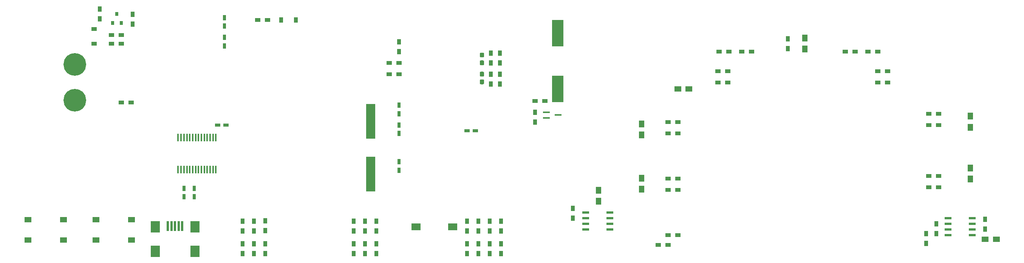
<source format=gbr>
G04 #@! TF.GenerationSoftware,KiCad,Pcbnew,(5.0.0)*
G04 #@! TF.CreationDate,2018-10-03T22:38:32-05:00*
G04 #@! TF.ProjectId,Spot_Welder_Hardware,53706F745F57656C6465725F48617264,rev?*
G04 #@! TF.SameCoordinates,Original*
G04 #@! TF.FileFunction,Paste,Top*
G04 #@! TF.FilePolarity,Positive*
%FSLAX46Y46*%
G04 Gerber Fmt 4.6, Leading zero omitted, Abs format (unit mm)*
G04 Created by KiCad (PCBNEW (5.0.0)) date 10/03/18 22:38:32*
%MOMM*%
%LPD*%
G01*
G04 APERTURE LIST*
%ADD10R,1.200000X0.900000*%
%ADD11R,2.500000X6.000000*%
%ADD12R,1.250000X1.500000*%
%ADD13R,1.500000X1.250000*%
%ADD14R,0.750000X1.200000*%
%ADD15R,1.200000X0.750000*%
%ADD16C,5.080000*%
%ADD17R,0.900000X1.200000*%
%ADD18R,0.500000X2.300000*%
%ADD19R,2.000000X2.500000*%
%ADD20R,1.500000X0.450000*%
%ADD21R,1.550000X1.300000*%
%ADD22R,2.150000X1.500000*%
%ADD23R,1.550000X0.600000*%
%ADD24R,0.450000X1.750000*%
%ADD25R,2.000000X7.875000*%
%ADD26R,0.800000X0.900000*%
%ADD27C,0.100000*%
%ADD28C,0.950000*%
G04 APERTURE END LIST*
D10*
G04 #@! TO.C,R20*
X47793000Y-145923000D03*
X45593000Y-145923000D03*
G04 #@! TD*
G04 #@! TO.C,R19*
X47793000Y-147828000D03*
X45593000Y-147828000D03*
G04 #@! TD*
D11*
G04 #@! TO.C,BZ1*
X145542000Y-145456000D03*
X145542000Y-158056000D03*
G04 #@! TD*
D12*
G04 #@! TO.C,C7*
X237998000Y-166624000D03*
X237998000Y-164124000D03*
G04 #@! TD*
G04 #@! TO.C,C11*
X154686000Y-183261000D03*
X154686000Y-180761000D03*
G04 #@! TD*
D13*
G04 #@! TO.C,C15*
X241340000Y-191770000D03*
X243840000Y-191770000D03*
G04 #@! TD*
D12*
G04 #@! TO.C,C19*
X200914000Y-149058000D03*
X200914000Y-146558000D03*
G04 #@! TD*
D13*
G04 #@! TO.C,C23*
X172466000Y-157988000D03*
X174966000Y-157988000D03*
G04 #@! TD*
D12*
G04 #@! TO.C,C24*
X164338000Y-180554000D03*
X164338000Y-178054000D03*
G04 #@! TD*
G04 #@! TO.C,C28*
X237998000Y-175768000D03*
X237998000Y-178268000D03*
G04 #@! TD*
G04 #@! TO.C,C32*
X164338000Y-168362000D03*
X164338000Y-165862000D03*
G04 #@! TD*
D14*
G04 #@! TO.C,C39*
X109982000Y-163576000D03*
X109982000Y-161676000D03*
G04 #@! TD*
D15*
G04 #@! TO.C,C40*
X125222000Y-167386000D03*
X127122000Y-167386000D03*
G04 #@! TD*
D14*
G04 #@! TO.C,C41*
X109982000Y-166116000D03*
X109982000Y-168016000D03*
G04 #@! TD*
G04 #@! TO.C,C42*
X109982000Y-176276000D03*
X109982000Y-174376000D03*
G04 #@! TD*
G04 #@! TO.C,C43*
X70866000Y-141986000D03*
X70866000Y-143886000D03*
G04 #@! TD*
G04 #@! TO.C,C44*
X70866000Y-146436000D03*
X70866000Y-148336000D03*
G04 #@! TD*
G04 #@! TO.C,C46*
X61823600Y-180340000D03*
X61823600Y-182240000D03*
G04 #@! TD*
G04 #@! TO.C,C47*
X64135000Y-182240000D03*
X64135000Y-180340000D03*
G04 #@! TD*
D15*
G04 #@! TO.C,C48*
X69342000Y-166116000D03*
X71242000Y-166116000D03*
G04 #@! TD*
D16*
G04 #@! TO.C,Conn3*
X37363400Y-160529000D03*
X37363400Y-152528000D03*
G04 #@! TD*
D17*
G04 #@! TO.C,D1*
X125222000Y-194986000D03*
X125222000Y-192786000D03*
G04 #@! TD*
G04 #@! TO.C,D2*
X102362000Y-194986000D03*
X102362000Y-192786000D03*
G04 #@! TD*
G04 #@! TO.C,D3*
X127762000Y-194986000D03*
X127762000Y-192786000D03*
G04 #@! TD*
G04 #@! TO.C,D4*
X104902000Y-194986000D03*
X104902000Y-192786000D03*
G04 #@! TD*
G04 #@! TO.C,D5*
X130302000Y-194986000D03*
X130302000Y-192786000D03*
G04 #@! TD*
G04 #@! TO.C,D6*
X99822000Y-194986000D03*
X99822000Y-192786000D03*
G04 #@! TD*
G04 #@! TO.C,D7*
X132842000Y-194986000D03*
X132842000Y-192786000D03*
G04 #@! TD*
D10*
G04 #@! TO.C,D11*
X49952000Y-161036000D03*
X47752000Y-161036000D03*
G04 #@! TD*
D17*
G04 #@! TO.C,D12*
X83566000Y-142494000D03*
X86866000Y-142494000D03*
G04 #@! TD*
G04 #@! TO.C,D17*
X74930000Y-194986000D03*
X74930000Y-192786000D03*
G04 #@! TD*
G04 #@! TO.C,D18*
X77470000Y-194986000D03*
X77470000Y-192786000D03*
G04 #@! TD*
G04 #@! TO.C,D20*
X80010000Y-194986000D03*
X80010000Y-192786000D03*
G04 #@! TD*
D18*
G04 #@! TO.C,J1*
X58212000Y-188876000D03*
D19*
X55362000Y-188976000D03*
D18*
X59012000Y-188876000D03*
X59812000Y-188876000D03*
X60612000Y-188876000D03*
X61412000Y-188876000D03*
D19*
X55362000Y-194476000D03*
X64262000Y-188976000D03*
X64262000Y-194476000D03*
G04 #@! TD*
D10*
G04 #@! TO.C,L1*
X228727000Y-177546000D03*
X230927000Y-177546000D03*
G04 #@! TD*
G04 #@! TO.C,L2*
X228727000Y-163576000D03*
X230927000Y-163576000D03*
G04 #@! TD*
D17*
G04 #@! TO.C,L3*
X228092000Y-192700000D03*
X228092000Y-190500000D03*
G04 #@! TD*
D10*
G04 #@! TO.C,L4*
X217297000Y-154051000D03*
X219497000Y-154051000D03*
G04 #@! TD*
G04 #@! TO.C,L5*
X210017000Y-149606000D03*
X212217000Y-149606000D03*
G04 #@! TD*
G04 #@! TO.C,L6*
X189017000Y-149606000D03*
X186817000Y-149606000D03*
G04 #@! TD*
G04 #@! TO.C,L7*
X183642000Y-154051000D03*
X181442000Y-154051000D03*
G04 #@! TD*
G04 #@! TO.C,L8*
X172507000Y-190881000D03*
X170307000Y-190881000D03*
G04 #@! TD*
G04 #@! TO.C,L9*
X172507000Y-165481000D03*
X170307000Y-165481000D03*
G04 #@! TD*
G04 #@! TO.C,L10*
X172507000Y-178181000D03*
X170307000Y-178181000D03*
G04 #@! TD*
D20*
G04 #@! TO.C,Q1*
X143002000Y-163236000D03*
X143002000Y-164536000D03*
X145662000Y-163886000D03*
G04 #@! TD*
D17*
G04 #@! TO.C,R1*
X125222000Y-189906000D03*
X125222000Y-187706000D03*
G04 #@! TD*
G04 #@! TO.C,R2*
X140462000Y-163236000D03*
X140462000Y-165436000D03*
G04 #@! TD*
G04 #@! TO.C,R3*
X102362000Y-189906000D03*
X102362000Y-187706000D03*
G04 #@! TD*
D10*
G04 #@! TO.C,R4*
X140462000Y-160696000D03*
X142662000Y-160696000D03*
G04 #@! TD*
D17*
G04 #@! TO.C,R5*
X127762000Y-189906000D03*
X127762000Y-187706000D03*
G04 #@! TD*
G04 #@! TO.C,R6*
X104902000Y-189906000D03*
X104902000Y-187706000D03*
G04 #@! TD*
G04 #@! TO.C,R7*
X130302000Y-189906000D03*
X130302000Y-187706000D03*
G04 #@! TD*
G04 #@! TO.C,R8*
X99822000Y-189906000D03*
X99822000Y-187706000D03*
G04 #@! TD*
G04 #@! TO.C,R9*
X132842000Y-189906000D03*
X132842000Y-187706000D03*
G04 #@! TD*
G04 #@! TO.C,R10*
X132588000Y-152146000D03*
X132588000Y-149946000D03*
G04 #@! TD*
G04 #@! TO.C,R11*
X130556000Y-152146000D03*
X130556000Y-149946000D03*
G04 #@! TD*
G04 #@! TO.C,R15*
X132588000Y-154686000D03*
X132588000Y-156886000D03*
G04 #@! TD*
G04 #@! TO.C,R16*
X130556000Y-154686000D03*
X130556000Y-156886000D03*
G04 #@! TD*
G04 #@! TO.C,R17*
X109982000Y-147406000D03*
X109982000Y-149606000D03*
G04 #@! TD*
G04 #@! TO.C,R18*
X42926000Y-140040000D03*
X42926000Y-142240000D03*
G04 #@! TD*
D10*
G04 #@! TO.C,R21*
X80518000Y-142494000D03*
X78318000Y-142494000D03*
G04 #@! TD*
D17*
G04 #@! TO.C,R22*
X197104000Y-148971000D03*
X197104000Y-146771000D03*
G04 #@! TD*
D10*
G04 #@! TO.C,R23*
X230927000Y-180086000D03*
X228727000Y-180086000D03*
G04 #@! TD*
G04 #@! TO.C,R24*
X107782000Y-152146000D03*
X109982000Y-152146000D03*
G04 #@! TD*
G04 #@! TO.C,R25*
X107782000Y-154686000D03*
X109982000Y-154686000D03*
G04 #@! TD*
G04 #@! TO.C,R26*
X230927000Y-166116000D03*
X228727000Y-166116000D03*
G04 #@! TD*
D17*
G04 #@! TO.C,R27*
X148971000Y-187071000D03*
X148971000Y-184871000D03*
G04 #@! TD*
G04 #@! TO.C,R28*
X230378000Y-190500000D03*
X230378000Y-188300000D03*
G04 #@! TD*
D10*
G04 #@! TO.C,R29*
X219497000Y-156591000D03*
X217297000Y-156591000D03*
G04 #@! TD*
G04 #@! TO.C,R30*
X215097000Y-149606000D03*
X217297000Y-149606000D03*
G04 #@! TD*
G04 #@! TO.C,R31*
X183937000Y-149606000D03*
X181737000Y-149606000D03*
G04 #@! TD*
G04 #@! TO.C,R32*
X181442000Y-156591000D03*
X183642000Y-156591000D03*
G04 #@! TD*
D17*
G04 #@! TO.C,R33*
X241300000Y-189484000D03*
X241300000Y-187284000D03*
G04 #@! TD*
D10*
G04 #@! TO.C,R34*
X170307000Y-193040000D03*
X168107000Y-193040000D03*
G04 #@! TD*
D17*
G04 #@! TO.C,R35*
X74930000Y-187706000D03*
X74930000Y-189906000D03*
G04 #@! TD*
D10*
G04 #@! TO.C,R36*
X170307000Y-168021000D03*
X172507000Y-168021000D03*
G04 #@! TD*
D17*
G04 #@! TO.C,R37*
X77470000Y-187706000D03*
X77470000Y-189906000D03*
G04 #@! TD*
D10*
G04 #@! TO.C,R38*
X170307000Y-180721000D03*
X172507000Y-180721000D03*
G04 #@! TD*
D17*
G04 #@! TO.C,R39*
X80010000Y-187622000D03*
X80010000Y-189822000D03*
G04 #@! TD*
D21*
G04 #@! TO.C,SW1*
X34782000Y-191936000D03*
X26832000Y-191936000D03*
X34782000Y-187436000D03*
X26832000Y-187436000D03*
G04 #@! TD*
D22*
G04 #@! TO.C,SW3*
X122042000Y-188976000D03*
X113792000Y-188976000D03*
G04 #@! TD*
D21*
G04 #@! TO.C,SW4*
X50022000Y-191936000D03*
X42072000Y-191936000D03*
X50022000Y-187436000D03*
X42072000Y-187436000D03*
G04 #@! TD*
D23*
G04 #@! TO.C,U3*
X238445000Y-190881000D03*
X238445000Y-189611000D03*
X238445000Y-188341000D03*
X238445000Y-187071000D03*
X233045000Y-187071000D03*
X233045000Y-188341000D03*
X233045000Y-189611000D03*
X233045000Y-190881000D03*
G04 #@! TD*
D24*
G04 #@! TO.C,U4*
X68961000Y-168910000D03*
X68311000Y-168910000D03*
X67661000Y-168910000D03*
X67011000Y-168910000D03*
X66361000Y-168910000D03*
X65711000Y-168910000D03*
X65061000Y-168910000D03*
X64411000Y-168910000D03*
X63761000Y-168910000D03*
X63111000Y-168910000D03*
X62461000Y-168910000D03*
X61811000Y-168910000D03*
X61161000Y-168910000D03*
X60511000Y-168910000D03*
X60511000Y-176110000D03*
X61161000Y-176110000D03*
X61811000Y-176110000D03*
X62461000Y-176110000D03*
X63111000Y-176110000D03*
X63761000Y-176110000D03*
X64411000Y-176110000D03*
X65061000Y-176110000D03*
X65711000Y-176110000D03*
X66361000Y-176110000D03*
X67011000Y-176110000D03*
X67661000Y-176110000D03*
X68311000Y-176110000D03*
X68961000Y-176110000D03*
G04 #@! TD*
D23*
G04 #@! TO.C,U5*
X151826000Y-185801000D03*
X151826000Y-187071000D03*
X151826000Y-188341000D03*
X151826000Y-189611000D03*
X157226000Y-189611000D03*
X157226000Y-188341000D03*
X157226000Y-187071000D03*
X157226000Y-185801000D03*
G04 #@! TD*
D25*
G04 #@! TO.C,Y1*
X103632000Y-165258500D03*
X103632000Y-177133500D03*
G04 #@! TD*
D17*
G04 #@! TO.C,R40*
X50292000Y-141224000D03*
X50292000Y-143424000D03*
G04 #@! TD*
D26*
G04 #@! TO.C,Q2*
X45842388Y-143198804D03*
X47742388Y-143198804D03*
X46792388Y-141198804D03*
G04 #@! TD*
D10*
G04 #@! TO.C,D10*
X41656000Y-144528000D03*
X41656000Y-147828000D03*
G04 #@! TD*
D27*
G04 #@! TO.C,D8*
G36*
X128839780Y-151622144D02*
X128862835Y-151625563D01*
X128885444Y-151631227D01*
X128907388Y-151639079D01*
X128928458Y-151649044D01*
X128948449Y-151661026D01*
X128967169Y-151674910D01*
X128984439Y-151690562D01*
X129000091Y-151707832D01*
X129013975Y-151726552D01*
X129025957Y-151746543D01*
X129035922Y-151767613D01*
X129043774Y-151789557D01*
X129049438Y-151812166D01*
X129052857Y-151835221D01*
X129054001Y-151858500D01*
X129054001Y-152433500D01*
X129052857Y-152456779D01*
X129049438Y-152479834D01*
X129043774Y-152502443D01*
X129035922Y-152524387D01*
X129025957Y-152545457D01*
X129013975Y-152565448D01*
X129000091Y-152584168D01*
X128984439Y-152601438D01*
X128967169Y-152617090D01*
X128948449Y-152630974D01*
X128928458Y-152642956D01*
X128907388Y-152652921D01*
X128885444Y-152660773D01*
X128862835Y-152666437D01*
X128839780Y-152669856D01*
X128816501Y-152671000D01*
X128341501Y-152671000D01*
X128318222Y-152669856D01*
X128295167Y-152666437D01*
X128272558Y-152660773D01*
X128250614Y-152652921D01*
X128229544Y-152642956D01*
X128209553Y-152630974D01*
X128190833Y-152617090D01*
X128173563Y-152601438D01*
X128157911Y-152584168D01*
X128144027Y-152565448D01*
X128132045Y-152545457D01*
X128122080Y-152524387D01*
X128114228Y-152502443D01*
X128108564Y-152479834D01*
X128105145Y-152456779D01*
X128104001Y-152433500D01*
X128104001Y-151858500D01*
X128105145Y-151835221D01*
X128108564Y-151812166D01*
X128114228Y-151789557D01*
X128122080Y-151767613D01*
X128132045Y-151746543D01*
X128144027Y-151726552D01*
X128157911Y-151707832D01*
X128173563Y-151690562D01*
X128190833Y-151674910D01*
X128209553Y-151661026D01*
X128229544Y-151649044D01*
X128250614Y-151639079D01*
X128272558Y-151631227D01*
X128295167Y-151625563D01*
X128318222Y-151622144D01*
X128341501Y-151621000D01*
X128816501Y-151621000D01*
X128839780Y-151622144D01*
X128839780Y-151622144D01*
G37*
D28*
X128579001Y-152146000D03*
D27*
G36*
X128839780Y-149872144D02*
X128862835Y-149875563D01*
X128885444Y-149881227D01*
X128907388Y-149889079D01*
X128928458Y-149899044D01*
X128948449Y-149911026D01*
X128967169Y-149924910D01*
X128984439Y-149940562D01*
X129000091Y-149957832D01*
X129013975Y-149976552D01*
X129025957Y-149996543D01*
X129035922Y-150017613D01*
X129043774Y-150039557D01*
X129049438Y-150062166D01*
X129052857Y-150085221D01*
X129054001Y-150108500D01*
X129054001Y-150683500D01*
X129052857Y-150706779D01*
X129049438Y-150729834D01*
X129043774Y-150752443D01*
X129035922Y-150774387D01*
X129025957Y-150795457D01*
X129013975Y-150815448D01*
X129000091Y-150834168D01*
X128984439Y-150851438D01*
X128967169Y-150867090D01*
X128948449Y-150880974D01*
X128928458Y-150892956D01*
X128907388Y-150902921D01*
X128885444Y-150910773D01*
X128862835Y-150916437D01*
X128839780Y-150919856D01*
X128816501Y-150921000D01*
X128341501Y-150921000D01*
X128318222Y-150919856D01*
X128295167Y-150916437D01*
X128272558Y-150910773D01*
X128250614Y-150902921D01*
X128229544Y-150892956D01*
X128209553Y-150880974D01*
X128190833Y-150867090D01*
X128173563Y-150851438D01*
X128157911Y-150834168D01*
X128144027Y-150815448D01*
X128132045Y-150795457D01*
X128122080Y-150774387D01*
X128114228Y-150752443D01*
X128108564Y-150729834D01*
X128105145Y-150706779D01*
X128104001Y-150683500D01*
X128104001Y-150108500D01*
X128105145Y-150085221D01*
X128108564Y-150062166D01*
X128114228Y-150039557D01*
X128122080Y-150017613D01*
X128132045Y-149996543D01*
X128144027Y-149976552D01*
X128157911Y-149957832D01*
X128173563Y-149940562D01*
X128190833Y-149924910D01*
X128209553Y-149911026D01*
X128229544Y-149899044D01*
X128250614Y-149889079D01*
X128272558Y-149881227D01*
X128295167Y-149875563D01*
X128318222Y-149872144D01*
X128341501Y-149871000D01*
X128816501Y-149871000D01*
X128839780Y-149872144D01*
X128839780Y-149872144D01*
G37*
D28*
X128579001Y-150396000D03*
G04 #@! TD*
D27*
G04 #@! TO.C,D9*
G36*
X128839780Y-155912144D02*
X128862835Y-155915563D01*
X128885444Y-155921227D01*
X128907388Y-155929079D01*
X128928458Y-155939044D01*
X128948449Y-155951026D01*
X128967169Y-155964910D01*
X128984439Y-155980562D01*
X129000091Y-155997832D01*
X129013975Y-156016552D01*
X129025957Y-156036543D01*
X129035922Y-156057613D01*
X129043774Y-156079557D01*
X129049438Y-156102166D01*
X129052857Y-156125221D01*
X129054001Y-156148500D01*
X129054001Y-156723500D01*
X129052857Y-156746779D01*
X129049438Y-156769834D01*
X129043774Y-156792443D01*
X129035922Y-156814387D01*
X129025957Y-156835457D01*
X129013975Y-156855448D01*
X129000091Y-156874168D01*
X128984439Y-156891438D01*
X128967169Y-156907090D01*
X128948449Y-156920974D01*
X128928458Y-156932956D01*
X128907388Y-156942921D01*
X128885444Y-156950773D01*
X128862835Y-156956437D01*
X128839780Y-156959856D01*
X128816501Y-156961000D01*
X128341501Y-156961000D01*
X128318222Y-156959856D01*
X128295167Y-156956437D01*
X128272558Y-156950773D01*
X128250614Y-156942921D01*
X128229544Y-156932956D01*
X128209553Y-156920974D01*
X128190833Y-156907090D01*
X128173563Y-156891438D01*
X128157911Y-156874168D01*
X128144027Y-156855448D01*
X128132045Y-156835457D01*
X128122080Y-156814387D01*
X128114228Y-156792443D01*
X128108564Y-156769834D01*
X128105145Y-156746779D01*
X128104001Y-156723500D01*
X128104001Y-156148500D01*
X128105145Y-156125221D01*
X128108564Y-156102166D01*
X128114228Y-156079557D01*
X128122080Y-156057613D01*
X128132045Y-156036543D01*
X128144027Y-156016552D01*
X128157911Y-155997832D01*
X128173563Y-155980562D01*
X128190833Y-155964910D01*
X128209553Y-155951026D01*
X128229544Y-155939044D01*
X128250614Y-155929079D01*
X128272558Y-155921227D01*
X128295167Y-155915563D01*
X128318222Y-155912144D01*
X128341501Y-155911000D01*
X128816501Y-155911000D01*
X128839780Y-155912144D01*
X128839780Y-155912144D01*
G37*
D28*
X128579001Y-156436000D03*
D27*
G36*
X128839780Y-154162144D02*
X128862835Y-154165563D01*
X128885444Y-154171227D01*
X128907388Y-154179079D01*
X128928458Y-154189044D01*
X128948449Y-154201026D01*
X128967169Y-154214910D01*
X128984439Y-154230562D01*
X129000091Y-154247832D01*
X129013975Y-154266552D01*
X129025957Y-154286543D01*
X129035922Y-154307613D01*
X129043774Y-154329557D01*
X129049438Y-154352166D01*
X129052857Y-154375221D01*
X129054001Y-154398500D01*
X129054001Y-154973500D01*
X129052857Y-154996779D01*
X129049438Y-155019834D01*
X129043774Y-155042443D01*
X129035922Y-155064387D01*
X129025957Y-155085457D01*
X129013975Y-155105448D01*
X129000091Y-155124168D01*
X128984439Y-155141438D01*
X128967169Y-155157090D01*
X128948449Y-155170974D01*
X128928458Y-155182956D01*
X128907388Y-155192921D01*
X128885444Y-155200773D01*
X128862835Y-155206437D01*
X128839780Y-155209856D01*
X128816501Y-155211000D01*
X128341501Y-155211000D01*
X128318222Y-155209856D01*
X128295167Y-155206437D01*
X128272558Y-155200773D01*
X128250614Y-155192921D01*
X128229544Y-155182956D01*
X128209553Y-155170974D01*
X128190833Y-155157090D01*
X128173563Y-155141438D01*
X128157911Y-155124168D01*
X128144027Y-155105448D01*
X128132045Y-155085457D01*
X128122080Y-155064387D01*
X128114228Y-155042443D01*
X128108564Y-155019834D01*
X128105145Y-154996779D01*
X128104001Y-154973500D01*
X128104001Y-154398500D01*
X128105145Y-154375221D01*
X128108564Y-154352166D01*
X128114228Y-154329557D01*
X128122080Y-154307613D01*
X128132045Y-154286543D01*
X128144027Y-154266552D01*
X128157911Y-154247832D01*
X128173563Y-154230562D01*
X128190833Y-154214910D01*
X128209553Y-154201026D01*
X128229544Y-154189044D01*
X128250614Y-154179079D01*
X128272558Y-154171227D01*
X128295167Y-154165563D01*
X128318222Y-154162144D01*
X128341501Y-154161000D01*
X128816501Y-154161000D01*
X128839780Y-154162144D01*
X128839780Y-154162144D01*
G37*
D28*
X128579001Y-154686000D03*
G04 #@! TD*
M02*

</source>
